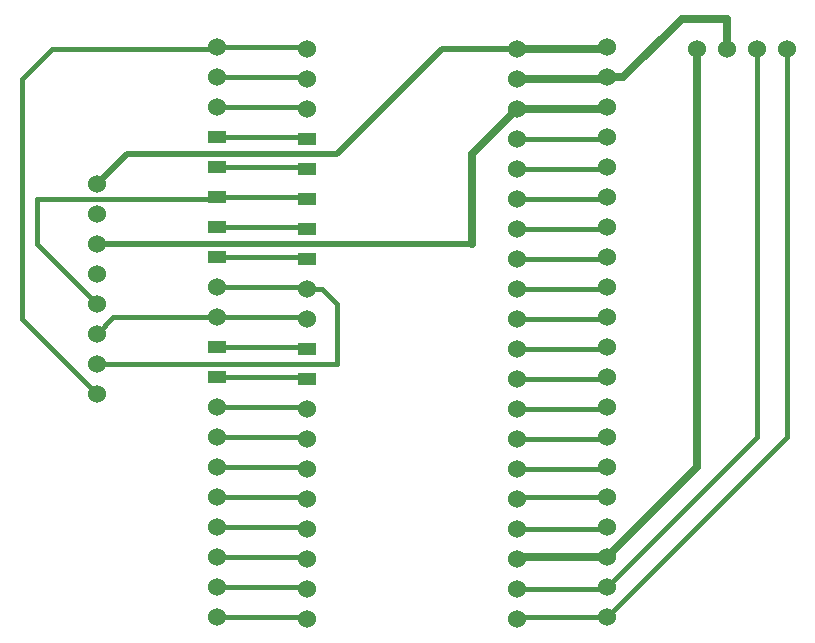
<source format=gbr>
G04 DesignSpark PCB Gerber Version 11.0 Build 5877*
G04 #@! TF.Part,Single*
G04 #@! TF.FileFunction,Copper,L1,Top*
G04 #@! TF.FilePolarity,Positive*
%FSLAX35Y35*%
%MOIN*%
%ADD13C,0.01500*%
%ADD14C,0.02000*%
%ADD12C,0.02500*%
G04 #@! TA.AperFunction,WasherPad*
%ADD15C,0.06000*%
%ADD16R,0.06000X0.04000*%
G04 #@! TD.AperFunction*
X0Y0D02*
D02*
D12*
X160250Y155250D02*
Y185250D01*
X175250Y200250D01*
X204750D01*
X175250Y210250D02*
X204750D01*
X175250Y220250D02*
X204750D01*
X205250Y50750D02*
X175750D01*
X205250Y210750D02*
X210750D01*
X230250Y230250D01*
X245250D01*
Y220250D01*
X235250D02*
Y80750D01*
X205250Y50750D01*
D02*
D13*
X15250Y170250D02*
X74750D01*
X75250Y170750D01*
X15250Y170250D02*
Y155250D01*
X35250Y135250D01*
X20250Y220250D02*
X74750D01*
X75250Y220750D01*
X20250Y220250D02*
X10250Y210250D01*
Y130250D01*
X35250Y105250D01*
X75250Y30750D02*
X104750D01*
X105250Y30250D01*
X75250Y40750D02*
X104750D01*
X105250Y40250D01*
X75250Y50750D02*
X104750D01*
X105250Y50250D01*
X75250Y60750D02*
X104750D01*
X105250Y60250D01*
X75250Y70750D02*
X104750D01*
X105250Y70250D01*
X75250Y80750D02*
X104750D01*
X105250Y80250D01*
X75250Y90750D02*
X104750D01*
X105250Y90250D01*
X75250Y100750D02*
X104750D01*
X105250Y100250D01*
X75250Y110750D02*
X104750D01*
X105250Y110250D01*
X75250Y120750D02*
X104750D01*
X105250Y120250D01*
X75250Y130750D02*
X40750D01*
X35250Y125250D01*
X75250Y130750D02*
X104750D01*
X105250Y130250D01*
X75250Y140750D02*
X104750D01*
X105250Y140250D01*
X75250Y150750D02*
X104750D01*
X105250Y150250D01*
X75250Y160750D02*
X104750D01*
X105250Y160250D01*
X75250Y170750D02*
X104750D01*
X105250Y170250D01*
X75250Y180750D02*
X104750D01*
X105250Y180250D01*
X75250Y190750D02*
X104750D01*
X105250Y190250D01*
X75250Y200750D02*
X104750D01*
X105250Y200250D01*
X75250Y210750D02*
X104750D01*
X105250Y210250D01*
X75250Y220750D02*
X104750D01*
X105250Y220250D01*
Y140250D02*
X110250D01*
X115250Y135250D01*
Y115250D01*
X35250D01*
X175250Y40250D02*
X204750D01*
X205250Y40750D01*
X175250Y60250D02*
X204750D01*
X205250Y60750D01*
X175250Y80250D02*
X204750D01*
X205250Y80750D01*
X175250Y90250D02*
X204750D01*
X205250Y90750D01*
X175250Y100250D02*
X204750D01*
X205250Y100750D01*
X175250Y110250D02*
X204750D01*
X205250Y110750D01*
X175250Y120250D02*
X204750D01*
X205250Y120750D01*
X175250Y130250D02*
X204750D01*
X205250Y130750D01*
X175250Y140250D02*
X204750D01*
X205250Y140750D01*
X175250Y150250D02*
X204750D01*
X205250Y150750D01*
X175250Y160250D02*
X204750D01*
X205250Y160750D01*
X175250Y170250D02*
X204750D01*
X205250Y170750D01*
X175250Y180250D02*
X204750D01*
X205250Y180750D01*
X175250Y190250D02*
X204750D01*
X205250Y190750D01*
X175250Y200250D02*
X175750Y50750D02*
X175250Y50250D01*
X204750Y200250D02*
X205250Y200750D01*
X204750Y210250D02*
X205250Y210750D01*
X204750Y220250D02*
X205250Y220750D01*
Y30750D02*
X175750D01*
X175250Y30250D01*
X205250Y70750D02*
X175750D01*
X175250Y70250D01*
X255250Y220250D02*
Y90750D01*
X205250Y40750D01*
X265250Y220250D02*
Y90750D01*
X205250Y30750D01*
D02*
D14*
X35250Y155250D02*
X160250D01*
X175250Y220250D02*
X150250D01*
X115250Y185250D01*
X45250D01*
X35250Y175250D01*
D02*
D15*
Y105250D03*
Y115250D03*
Y125250D03*
Y135250D03*
Y145250D03*
Y155250D03*
Y165250D03*
Y175250D03*
X75250Y30750D03*
Y40750D03*
Y50750D03*
Y60750D03*
Y70750D03*
Y80750D03*
Y90750D03*
Y100750D03*
Y130750D03*
Y140750D03*
Y200750D03*
Y210750D03*
Y220750D03*
X105250Y30250D03*
Y40250D03*
Y50250D03*
Y60250D03*
Y70250D03*
Y80250D03*
Y90250D03*
Y100250D03*
Y130250D03*
Y140250D03*
Y200250D03*
Y210250D03*
Y220250D03*
X175250Y30250D03*
Y40250D03*
Y50250D03*
Y60250D03*
Y70250D03*
Y80250D03*
Y90250D03*
Y100250D03*
Y110250D03*
Y120250D03*
Y130250D03*
Y140250D03*
Y150250D03*
Y160250D03*
Y170250D03*
Y180250D03*
Y190250D03*
Y200250D03*
Y210250D03*
Y220250D03*
X205250Y30750D03*
Y40750D03*
Y50750D03*
Y60750D03*
Y70750D03*
Y80750D03*
Y90750D03*
Y100750D03*
Y110750D03*
Y120750D03*
Y130750D03*
Y140750D03*
Y150750D03*
Y160750D03*
Y170750D03*
Y180750D03*
Y190750D03*
Y200750D03*
Y210750D03*
Y220750D03*
X235250Y220250D03*
X245250D03*
X255250D03*
X265250D03*
D02*
D16*
X75250Y110750D03*
Y120750D03*
Y150750D03*
Y160750D03*
Y170750D03*
Y180750D03*
Y190750D03*
X105250Y110250D03*
Y120250D03*
Y150250D03*
Y160250D03*
Y170250D03*
Y180250D03*
Y190250D03*
X0Y0D02*
M02*

</source>
